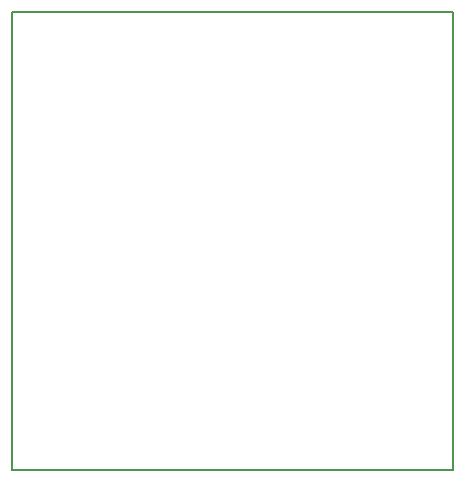
<source format=gm1>
G04 MADE WITH FRITZING*
G04 WWW.FRITZING.ORG*
G04 DOUBLE SIDED*
G04 HOLES PLATED*
G04 CONTOUR ON CENTER OF CONTOUR VECTOR*
%ASAXBY*%
%FSLAX23Y23*%
%MOIN*%
%OFA0B0*%
%SFA1.0B1.0*%
%ADD10R,1.476380X1.535430*%
%ADD11C,0.008000*%
%ADD10C,0.008*%
%LNCONTOUR*%
G90*
G70*
G54D10*
G54D11*
X4Y1531D02*
X1472Y1531D01*
X1472Y4D01*
X4Y4D01*
X4Y1531D01*
D02*
G04 End of contour*
M02*
</source>
